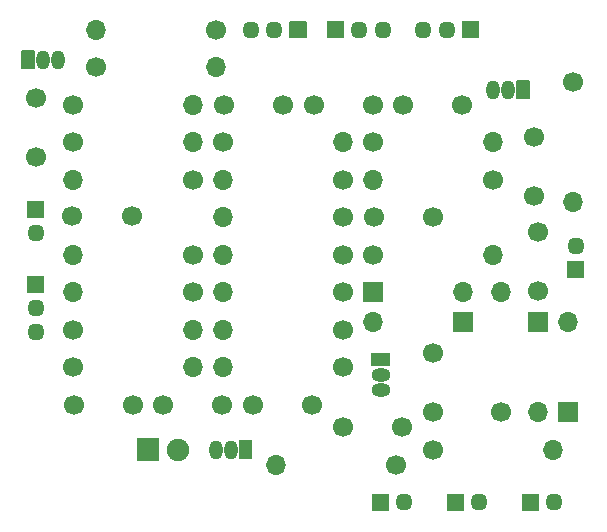
<source format=gbr>
%TF.GenerationSoftware,KiCad,Pcbnew,(5.1.7)-1*%
%TF.CreationDate,2020-10-26T20:25:05-05:00*%
%TF.ProjectId,MuffPi,4d756666-5069-42e6-9b69-6361645f7063,rev?*%
%TF.SameCoordinates,Original*%
%TF.FileFunction,Soldermask,Top*%
%TF.FilePolarity,Negative*%
%FSLAX46Y46*%
G04 Gerber Fmt 4.6, Leading zero omitted, Abs format (unit mm)*
G04 Created by KiCad (PCBNEW (5.1.7)-1) date 2020-10-26 20:25:05*
%MOMM*%
%LPD*%
G01*
G04 APERTURE LIST*
%ADD10O,1.450000X1.450000*%
%ADD11C,1.700000*%
%ADD12O,1.700000X1.700000*%
%ADD13C,1.900000*%
%ADD14O,1.150000X1.600000*%
%ADD15O,1.600000X1.150000*%
G04 APERTURE END LIST*
%TO.C,SW3*%
G36*
G01*
X149265000Y-107405000D02*
X147915000Y-107405000D01*
G75*
G02*
X147865000Y-107355000I0J50000D01*
G01*
X147865000Y-106005000D01*
G75*
G02*
X147915000Y-105955000I50000J0D01*
G01*
X149265000Y-105955000D01*
G75*
G02*
X149315000Y-106005000I0J-50000D01*
G01*
X149315000Y-107355000D01*
G75*
G02*
X149265000Y-107405000I-50000J0D01*
G01*
G37*
D10*
X150590000Y-106680000D03*
%TD*%
D11*
%TO.C,R20*%
X120015000Y-88900000D03*
D12*
X109855000Y-88900000D03*
%TD*%
%TO.C,BT1*%
G36*
G01*
X105955000Y-82590000D02*
X105955000Y-81240000D01*
G75*
G02*
X106005000Y-81190000I50000J0D01*
G01*
X107355000Y-81190000D01*
G75*
G02*
X107405000Y-81240000I0J-50000D01*
G01*
X107405000Y-82590000D01*
G75*
G02*
X107355000Y-82640000I-50000J0D01*
G01*
X106005000Y-82640000D01*
G75*
G02*
X105955000Y-82590000I0J50000D01*
G01*
G37*
D10*
X106680000Y-83915000D03*
%TD*%
D11*
%TO.C,C1*%
X106680000Y-77470000D03*
X106680000Y-72470000D03*
%TD*%
%TO.C,C2*%
X109808000Y-82423000D03*
X114808000Y-82423000D03*
%TD*%
%TO.C,C3*%
X127635000Y-73025000D03*
X122635000Y-73025000D03*
%TD*%
%TO.C,C4*%
X135255000Y-73025000D03*
X130255000Y-73025000D03*
%TD*%
%TO.C,C5*%
X148844000Y-75772000D03*
X148844000Y-80772000D03*
%TD*%
%TO.C,C6*%
X140335000Y-82550000D03*
X135335000Y-82550000D03*
%TD*%
%TO.C,C7*%
X140335000Y-94060000D03*
X140335000Y-99060000D03*
%TD*%
%TO.C,C8*%
X149225000Y-83820000D03*
X149225000Y-88820000D03*
%TD*%
%TO.C,C9*%
X132715000Y-100330000D03*
X137715000Y-100330000D03*
%TD*%
%TO.C,C10*%
X130095000Y-98425000D03*
X125095000Y-98425000D03*
%TD*%
%TO.C,C11*%
X114935000Y-98425000D03*
X109935000Y-98425000D03*
%TD*%
%TO.C,C12*%
X142795000Y-73025000D03*
X137795000Y-73025000D03*
%TD*%
%TO.C,C13*%
X122475000Y-98425000D03*
X117475000Y-98425000D03*
%TD*%
D12*
%TO.C,D1*%
X142875000Y-88900000D03*
G36*
G01*
X134405000Y-89700000D02*
X134405000Y-88100000D01*
G75*
G02*
X134455000Y-88050000I50000J0D01*
G01*
X136055000Y-88050000D01*
G75*
G02*
X136105000Y-88100000I0J-50000D01*
G01*
X136105000Y-89700000D01*
G75*
G02*
X136055000Y-89750000I-50000J0D01*
G01*
X134455000Y-89750000D01*
G75*
G02*
X134405000Y-89700000I0J50000D01*
G01*
G37*
%TD*%
%TO.C,D2*%
G36*
G01*
X143725000Y-90640000D02*
X143725000Y-92240000D01*
G75*
G02*
X143675000Y-92290000I-50000J0D01*
G01*
X142075000Y-92290000D01*
G75*
G02*
X142025000Y-92240000I0J50000D01*
G01*
X142025000Y-90640000D01*
G75*
G02*
X142075000Y-90590000I50000J0D01*
G01*
X143675000Y-90590000D01*
G75*
G02*
X143725000Y-90640000I0J-50000D01*
G01*
G37*
X135255000Y-91440000D03*
%TD*%
%TO.C,D3*%
X151765000Y-91440000D03*
G36*
G01*
X152565000Y-99910000D02*
X150965000Y-99910000D01*
G75*
G02*
X150915000Y-99860000I0J50000D01*
G01*
X150915000Y-98260000D01*
G75*
G02*
X150965000Y-98210000I50000J0D01*
G01*
X152565000Y-98210000D01*
G75*
G02*
X152615000Y-98260000I0J-50000D01*
G01*
X152615000Y-99860000D01*
G75*
G02*
X152565000Y-99910000I-50000J0D01*
G01*
G37*
%TD*%
%TO.C,D4*%
G36*
G01*
X148425000Y-90590000D02*
X150025000Y-90590000D01*
G75*
G02*
X150075000Y-90640000I0J-50000D01*
G01*
X150075000Y-92240000D01*
G75*
G02*
X150025000Y-92290000I-50000J0D01*
G01*
X148425000Y-92290000D01*
G75*
G02*
X148375000Y-92240000I0J50000D01*
G01*
X148375000Y-90640000D01*
G75*
G02*
X148425000Y-90590000I50000J0D01*
G01*
G37*
X149225000Y-99060000D03*
%TD*%
%TO.C,D5*%
G36*
G01*
X115255000Y-103135000D02*
X115255000Y-101335000D01*
G75*
G02*
X115305000Y-101285000I50000J0D01*
G01*
X117105000Y-101285000D01*
G75*
G02*
X117155000Y-101335000I0J-50000D01*
G01*
X117155000Y-103135000D01*
G75*
G02*
X117105000Y-103185000I-50000J0D01*
G01*
X115305000Y-103185000D01*
G75*
G02*
X115255000Y-103135000I0J50000D01*
G01*
G37*
D13*
X118745000Y-102235000D03*
%TD*%
%TO.C,J1*%
G36*
G01*
X105955000Y-88940000D02*
X105955000Y-87590000D01*
G75*
G02*
X106005000Y-87540000I50000J0D01*
G01*
X107355000Y-87540000D01*
G75*
G02*
X107405000Y-87590000I0J-50000D01*
G01*
X107405000Y-88940000D01*
G75*
G02*
X107355000Y-88990000I-50000J0D01*
G01*
X106005000Y-88990000D01*
G75*
G02*
X105955000Y-88940000I0J50000D01*
G01*
G37*
D10*
X106680000Y-90265000D03*
X106680000Y-92265000D03*
%TD*%
%TO.C,J2*%
G36*
G01*
X153125000Y-86320000D02*
X153125000Y-87670000D01*
G75*
G02*
X153075000Y-87720000I-50000J0D01*
G01*
X151725000Y-87720000D01*
G75*
G02*
X151675000Y-87670000I0J50000D01*
G01*
X151675000Y-86320000D01*
G75*
G02*
X151725000Y-86270000I50000J0D01*
G01*
X153075000Y-86270000D01*
G75*
G02*
X153125000Y-86320000I0J-50000D01*
G01*
G37*
X152400000Y-84995000D03*
%TD*%
D14*
%TO.C,Q1*%
X107315000Y-69215000D03*
X108585000Y-69215000D03*
G36*
G01*
X105470000Y-69965000D02*
X105470000Y-68465000D01*
G75*
G02*
X105520000Y-68415000I50000J0D01*
G01*
X106570000Y-68415000D01*
G75*
G02*
X106620000Y-68465000I0J-50000D01*
G01*
X106620000Y-69965000D01*
G75*
G02*
X106570000Y-70015000I-50000J0D01*
G01*
X105520000Y-70015000D01*
G75*
G02*
X105470000Y-69965000I0J50000D01*
G01*
G37*
%TD*%
%TO.C,Q2*%
G36*
G01*
X148530000Y-71005000D02*
X148530000Y-72505000D01*
G75*
G02*
X148480000Y-72555000I-50000J0D01*
G01*
X147430000Y-72555000D01*
G75*
G02*
X147380000Y-72505000I0J50000D01*
G01*
X147380000Y-71005000D01*
G75*
G02*
X147430000Y-70955000I50000J0D01*
G01*
X148480000Y-70955000D01*
G75*
G02*
X148530000Y-71005000I0J-50000D01*
G01*
G37*
X145415000Y-71755000D03*
X146685000Y-71755000D03*
%TD*%
%TO.C,Q3*%
G36*
G01*
X135140000Y-94040000D02*
X136640000Y-94040000D01*
G75*
G02*
X136690000Y-94090000I0J-50000D01*
G01*
X136690000Y-95140000D01*
G75*
G02*
X136640000Y-95190000I-50000J0D01*
G01*
X135140000Y-95190000D01*
G75*
G02*
X135090000Y-95140000I0J50000D01*
G01*
X135090000Y-94090000D01*
G75*
G02*
X135140000Y-94040000I50000J0D01*
G01*
G37*
D15*
X135890000Y-97155000D03*
X135890000Y-95885000D03*
%TD*%
D14*
%TO.C,Q4*%
X123190000Y-102235000D03*
X121920000Y-102235000D03*
G36*
G01*
X125035000Y-101485000D02*
X125035000Y-102985000D01*
G75*
G02*
X124985000Y-103035000I-50000J0D01*
G01*
X123935000Y-103035000D01*
G75*
G02*
X123885000Y-102985000I0J50000D01*
G01*
X123885000Y-101485000D01*
G75*
G02*
X123935000Y-101435000I50000J0D01*
G01*
X124985000Y-101435000D01*
G75*
G02*
X125035000Y-101485000I0J-50000D01*
G01*
G37*
%TD*%
D12*
%TO.C,R1*%
X120015000Y-73025000D03*
D11*
X109855000Y-73025000D03*
%TD*%
D12*
%TO.C,R2*%
X109855000Y-79375000D03*
D11*
X120015000Y-79375000D03*
%TD*%
D12*
%TO.C,R3*%
X120015000Y-76200000D03*
D11*
X109855000Y-76200000D03*
%TD*%
D12*
%TO.C,R4*%
X132715000Y-76200000D03*
D11*
X122555000Y-76200000D03*
%TD*%
%TO.C,R5*%
X121920000Y-66675000D03*
D12*
X111760000Y-66675000D03*
%TD*%
D11*
%TO.C,R6*%
X111760000Y-69850000D03*
D12*
X121920000Y-69850000D03*
%TD*%
D11*
%TO.C,R7*%
X135255000Y-76200000D03*
D12*
X145415000Y-76200000D03*
%TD*%
%TO.C,R8*%
X135255000Y-79375000D03*
D11*
X145415000Y-79375000D03*
%TD*%
D12*
%TO.C,R9*%
X145415000Y-85725000D03*
D11*
X135255000Y-85725000D03*
%TD*%
%TO.C,R10*%
X132715000Y-79375000D03*
D12*
X122555000Y-79375000D03*
%TD*%
D11*
%TO.C,R11*%
X152146000Y-71120000D03*
D12*
X152146000Y-81280000D03*
%TD*%
D11*
%TO.C,R12*%
X146050000Y-99060000D03*
D12*
X146050000Y-88900000D03*
%TD*%
%TO.C,R13*%
X122555000Y-95250000D03*
D11*
X132715000Y-95250000D03*
%TD*%
D12*
%TO.C,R14*%
X127000000Y-103505000D03*
D11*
X137160000Y-103505000D03*
%TD*%
D12*
%TO.C,R15*%
X122555000Y-92075000D03*
D11*
X132715000Y-92075000D03*
%TD*%
%TO.C,R16*%
X132715000Y-82550000D03*
D12*
X122555000Y-82550000D03*
%TD*%
%TO.C,R17*%
X109855000Y-85725000D03*
D11*
X120015000Y-85725000D03*
%TD*%
%TO.C,R18*%
X109855000Y-92075000D03*
D12*
X120015000Y-92075000D03*
%TD*%
%TO.C,R19*%
X122555000Y-85725000D03*
D11*
X132715000Y-85725000D03*
%TD*%
%TO.C,R21*%
X132715000Y-88900000D03*
D12*
X122555000Y-88900000D03*
%TD*%
D11*
%TO.C,R22*%
X140335000Y-102235000D03*
D12*
X150495000Y-102235000D03*
%TD*%
D11*
%TO.C,R23*%
X109855000Y-95250000D03*
D12*
X120015000Y-95250000D03*
%TD*%
D10*
%TO.C,SUST1*%
X124905000Y-66675000D03*
X126905000Y-66675000D03*
G36*
G01*
X128230000Y-65950000D02*
X129580000Y-65950000D01*
G75*
G02*
X129630000Y-66000000I0J-50000D01*
G01*
X129630000Y-67350000D01*
G75*
G02*
X129580000Y-67400000I-50000J0D01*
G01*
X128230000Y-67400000D01*
G75*
G02*
X128180000Y-67350000I0J50000D01*
G01*
X128180000Y-66000000D01*
G75*
G02*
X128230000Y-65950000I50000J0D01*
G01*
G37*
%TD*%
%TO.C,SW1*%
X137890000Y-106680000D03*
G36*
G01*
X136565000Y-107405000D02*
X135215000Y-107405000D01*
G75*
G02*
X135165000Y-107355000I0J50000D01*
G01*
X135165000Y-106005000D01*
G75*
G02*
X135215000Y-105955000I50000J0D01*
G01*
X136565000Y-105955000D01*
G75*
G02*
X136615000Y-106005000I0J-50000D01*
G01*
X136615000Y-107355000D01*
G75*
G02*
X136565000Y-107405000I-50000J0D01*
G01*
G37*
%TD*%
%TO.C,SW2*%
X144240000Y-106680000D03*
G36*
G01*
X142915000Y-107405000D02*
X141565000Y-107405000D01*
G75*
G02*
X141515000Y-107355000I0J50000D01*
G01*
X141515000Y-106005000D01*
G75*
G02*
X141565000Y-105955000I50000J0D01*
G01*
X142915000Y-105955000D01*
G75*
G02*
X142965000Y-106005000I0J-50000D01*
G01*
X142965000Y-107355000D01*
G75*
G02*
X142915000Y-107405000I-50000J0D01*
G01*
G37*
%TD*%
%TO.C,TONE1*%
X136080000Y-66675000D03*
X134080000Y-66675000D03*
G36*
G01*
X132755000Y-67400000D02*
X131405000Y-67400000D01*
G75*
G02*
X131355000Y-67350000I0J50000D01*
G01*
X131355000Y-66000000D01*
G75*
G02*
X131405000Y-65950000I50000J0D01*
G01*
X132755000Y-65950000D01*
G75*
G02*
X132805000Y-66000000I0J-50000D01*
G01*
X132805000Y-67350000D01*
G75*
G02*
X132755000Y-67400000I-50000J0D01*
G01*
G37*
%TD*%
%TO.C,VOL1*%
G36*
G01*
X142835000Y-65950000D02*
X144185000Y-65950000D01*
G75*
G02*
X144235000Y-66000000I0J-50000D01*
G01*
X144235000Y-67350000D01*
G75*
G02*
X144185000Y-67400000I-50000J0D01*
G01*
X142835000Y-67400000D01*
G75*
G02*
X142785000Y-67350000I0J50000D01*
G01*
X142785000Y-66000000D01*
G75*
G02*
X142835000Y-65950000I50000J0D01*
G01*
G37*
X141510000Y-66675000D03*
X139510000Y-66675000D03*
%TD*%
M02*

</source>
